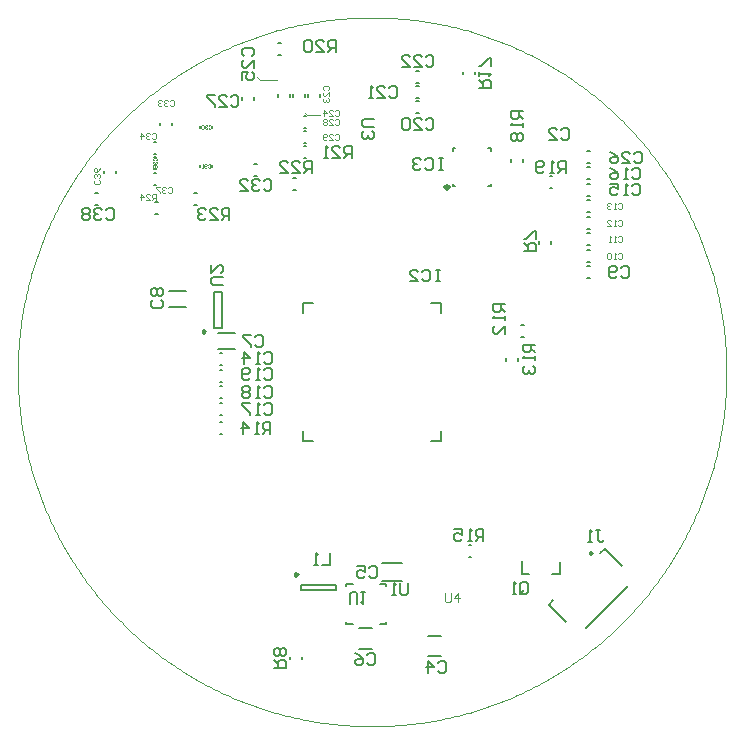
<source format=gbo>
G04*
G04 #@! TF.GenerationSoftware,Altium Limited,Altium Designer,22.4.2 (48)*
G04*
G04 Layer_Color=32896*
%FSLAX25Y25*%
%MOIN*%
G70*
G04*
G04 #@! TF.SameCoordinates,A5219701-5F61-4D45-AD81-8ED9BC4A77AE*
G04*
G04*
G04 #@! TF.FilePolarity,Positive*
G04*
G01*
G75*
%ADD10C,0.00984*%
%ADD11C,0.00394*%
%ADD12C,0.00394*%
%ADD13C,0.00591*%
%ADD14C,0.00787*%
%ADD17C,0.00004*%
%ADD18C,0.00700*%
%ADD19C,0.00400*%
%ADD120C,0.01181*%
%ADD152C,0.00236*%
D10*
X211062Y77458D02*
X210324Y77884D01*
Y77032D01*
X211062Y77458D01*
X113012Y70331D02*
X112274Y70757D01*
Y69905D01*
X113012Y70331D01*
X82268Y151315D02*
X81529Y151741D01*
Y150889D01*
X82268Y151315D01*
D11*
X99500Y236000D02*
X100500Y235000D01*
X115500Y224000D02*
X116000Y223500D01*
X120500D01*
X100500Y235000D02*
X106000D01*
X65624Y195016D02*
Y196984D01*
X64640D01*
X64312Y196656D01*
Y196000D01*
X64640Y195672D01*
X65624D01*
X64968D02*
X64312Y195016D01*
X62344D02*
X63656D01*
X62344Y196328D01*
Y196656D01*
X62672Y196984D01*
X63328D01*
X63656Y196656D01*
X60704Y195016D02*
Y196984D01*
X61688Y196000D01*
X60376D01*
X69812Y199156D02*
X70140Y199484D01*
X70796D01*
X71124Y199156D01*
Y197844D01*
X70796Y197516D01*
X70140D01*
X69812Y197844D01*
X69156Y199156D02*
X68828Y199484D01*
X68172D01*
X67844Y199156D01*
Y198828D01*
X68172Y198500D01*
X68500D01*
X68172D01*
X67844Y198172D01*
Y197844D01*
X68172Y197516D01*
X68828D01*
X69156Y197844D01*
X67188Y199484D02*
X65876D01*
Y199156D01*
X67188Y197844D01*
Y197516D01*
X46656Y201688D02*
X46984Y201360D01*
Y200704D01*
X46656Y200376D01*
X45344D01*
X45016Y200704D01*
Y201360D01*
X45344Y201688D01*
X46656Y202344D02*
X46984Y202672D01*
Y203328D01*
X46656Y203656D01*
X46328D01*
X46000Y203328D01*
Y203000D01*
Y203328D01*
X45672Y203656D01*
X45344D01*
X45016Y203328D01*
Y202672D01*
X45344Y202344D01*
X46984Y205624D02*
X46656Y204968D01*
X46000Y204312D01*
X45344D01*
X45016Y204640D01*
Y205296D01*
X45344Y205624D01*
X45672D01*
X46000Y205296D01*
Y204312D01*
X64312Y217156D02*
X64640Y217484D01*
X65296D01*
X65624Y217156D01*
Y215844D01*
X65296Y215516D01*
X64640D01*
X64312Y215844D01*
X63656Y217156D02*
X63328Y217484D01*
X62672D01*
X62344Y217156D01*
Y216828D01*
X62672Y216500D01*
X63000D01*
X62672D01*
X62344Y216172D01*
Y215844D01*
X62672Y215516D01*
X63328D01*
X63656Y215844D01*
X60704Y215516D02*
Y217484D01*
X61688Y216500D01*
X60376D01*
X70312Y228156D02*
X70640Y228484D01*
X71296D01*
X71624Y228156D01*
Y226844D01*
X71296Y226516D01*
X70640D01*
X70312Y226844D01*
X69656Y228156D02*
X69328Y228484D01*
X68672D01*
X68344Y228156D01*
Y227828D01*
X68672Y227500D01*
X69000D01*
X68672D01*
X68344Y227172D01*
Y226844D01*
X68672Y226516D01*
X69328D01*
X69656Y226844D01*
X67688Y228156D02*
X67360Y228484D01*
X66704D01*
X66376Y228156D01*
Y227828D01*
X66704Y227500D01*
X67032D01*
X66704D01*
X66376Y227172D01*
Y226844D01*
X66704Y226516D01*
X67360D01*
X67688Y226844D01*
X125312Y216656D02*
X125640Y216984D01*
X126296D01*
X126624Y216656D01*
Y215344D01*
X126296Y215016D01*
X125640D01*
X125312Y215344D01*
X123344Y215016D02*
X124656D01*
X123344Y216328D01*
Y216656D01*
X123672Y216984D01*
X124328D01*
X124656Y216656D01*
X122688Y215344D02*
X122360Y215016D01*
X121704D01*
X121376Y215344D01*
Y216656D01*
X121704Y216984D01*
X122360D01*
X122688Y216656D01*
Y216328D01*
X122360Y216000D01*
X121376D01*
X125312Y221656D02*
X125640Y221984D01*
X126296D01*
X126624Y221656D01*
Y220344D01*
X126296Y220016D01*
X125640D01*
X125312Y220344D01*
X123344Y220016D02*
X124656D01*
X123344Y221328D01*
Y221656D01*
X123672Y221984D01*
X124328D01*
X124656Y221656D01*
X122688D02*
X122360Y221984D01*
X121704D01*
X121376Y221656D01*
Y221328D01*
X121704Y221000D01*
X121376Y220672D01*
Y220344D01*
X121704Y220016D01*
X122360D01*
X122688Y220344D01*
Y220672D01*
X122360Y221000D01*
X122688Y221328D01*
Y221656D01*
X122360Y221000D02*
X121704D01*
X125312Y224656D02*
X125640Y224984D01*
X126296D01*
X126624Y224656D01*
Y223344D01*
X126296Y223016D01*
X125640D01*
X125312Y223344D01*
X123344Y223016D02*
X124656D01*
X123344Y224328D01*
Y224656D01*
X123672Y224984D01*
X124328D01*
X124656Y224656D01*
X121704Y223016D02*
Y224984D01*
X122688Y224000D01*
X121376D01*
X121844Y231812D02*
X121516Y232140D01*
Y232796D01*
X121844Y233124D01*
X123156D01*
X123484Y232796D01*
Y232140D01*
X123156Y231812D01*
X123484Y229844D02*
Y231156D01*
X122172Y229844D01*
X121844D01*
X121516Y230172D01*
Y230828D01*
X121844Y231156D01*
Y229188D02*
X121516Y228860D01*
Y228204D01*
X121844Y227876D01*
X122172D01*
X122500Y228204D01*
Y228532D01*
Y228204D01*
X122828Y227876D01*
X123156D01*
X123484Y228204D01*
Y228860D01*
X123156Y229188D01*
X219648Y193656D02*
X219976Y193984D01*
X220632D01*
X220960Y193656D01*
Y192344D01*
X220632Y192016D01*
X219976D01*
X219648Y192344D01*
X218992Y192016D02*
X218336D01*
X218664D01*
Y193984D01*
X218992Y193656D01*
X217352D02*
X217024Y193984D01*
X216368D01*
X216040Y193656D01*
Y193328D01*
X216368Y193000D01*
X216696D01*
X216368D01*
X216040Y192672D01*
Y192344D01*
X216368Y192016D01*
X217024D01*
X217352Y192344D01*
X219648Y188156D02*
X219976Y188484D01*
X220632D01*
X220960Y188156D01*
Y186844D01*
X220632Y186516D01*
X219976D01*
X219648Y186844D01*
X218992Y186516D02*
X218336D01*
X218664D01*
Y188484D01*
X218992Y188156D01*
X216040Y186516D02*
X217352D01*
X216040Y187828D01*
Y188156D01*
X216368Y188484D01*
X217024D01*
X217352Y188156D01*
X219648Y182656D02*
X219976Y182984D01*
X220632D01*
X220960Y182656D01*
Y181344D01*
X220632Y181016D01*
X219976D01*
X219648Y181344D01*
X218992Y181016D02*
X218336D01*
X218664D01*
Y182984D01*
X218992Y182656D01*
X217352Y181016D02*
X216696D01*
X217024D01*
Y182984D01*
X217352Y182656D01*
X219648Y177156D02*
X219976Y177484D01*
X220632D01*
X220960Y177156D01*
Y175844D01*
X220632Y175516D01*
X219976D01*
X219648Y175844D01*
X218992Y175516D02*
X218336D01*
X218664D01*
Y177484D01*
X218992Y177156D01*
X217352D02*
X217024Y177484D01*
X216368D01*
X216040Y177156D01*
Y175844D01*
X216368Y175516D01*
X217024D01*
X217352Y175844D01*
Y177156D01*
D12*
X127736Y54374D02*
D03*
D13*
X106606Y243532D02*
X107394D01*
X106606Y247469D02*
X107394D01*
X87106Y138469D02*
X87894D01*
X87106Y134532D02*
X87894D01*
X110532Y42106D02*
Y42894D01*
X114469Y42106D02*
Y42894D01*
X209606Y180032D02*
X210394D01*
X209606Y183969D02*
X210394D01*
X209606Y174532D02*
X210394D01*
X209606Y178469D02*
X210394D01*
X209606Y185532D02*
X210394D01*
X209606Y189469D02*
X210394D01*
X209606Y191032D02*
X210394D01*
X209606Y194969D02*
X210394D01*
X209606Y196532D02*
X210394D01*
X209606Y200469D02*
X210394D01*
X197469Y180606D02*
Y181394D01*
X193532Y180606D02*
Y181394D01*
X184032Y207870D02*
Y208658D01*
X187969Y207870D02*
Y208658D01*
X152606Y227969D02*
X153394D01*
X152606Y224032D02*
X153394D01*
X110469Y229606D02*
Y230394D01*
X106532Y229606D02*
Y230394D01*
X197106Y202968D02*
X197894D01*
X197106Y199031D02*
X197894D01*
X197937Y70350D02*
X200299D01*
X187701D02*
X190063D01*
X200299D02*
Y74287D01*
X187701Y70350D02*
Y74681D01*
X94532Y228606D02*
Y229394D01*
X98469Y228606D02*
Y229394D01*
X160787Y157480D02*
Y160787D01*
X157480D02*
X160787D01*
Y114803D02*
Y118110D01*
X157480Y114803D02*
X160787D01*
X114803D02*
X118110D01*
X114803D02*
Y118110D01*
Y157480D02*
Y160787D01*
X118110D01*
X209606Y172969D02*
X210394D01*
X209606Y169032D02*
X210394D01*
X87106Y140032D02*
X87894D01*
X87106Y143969D02*
X87894D01*
X209606Y205969D02*
X210394D01*
X209606Y202032D02*
X210394D01*
X87106Y123532D02*
X87894D01*
X87106Y127469D02*
X87894D01*
X87106Y129032D02*
X87894D01*
X87106Y132969D02*
X87894D01*
X152606Y232969D02*
X153394D01*
X152606Y229032D02*
X153394D01*
X152606Y237969D02*
X153394D01*
X152606Y234032D02*
X153394D01*
X116532Y229606D02*
Y230394D01*
X120469Y229606D02*
Y230394D01*
X111532Y229606D02*
Y230394D01*
X115469Y229606D02*
Y230394D01*
X209606Y211469D02*
X210394D01*
X209606Y207532D02*
X210394D01*
X114957Y219032D02*
X115744D01*
X114957Y222969D02*
X115744D01*
X114957Y214031D02*
X115744D01*
X114957Y217968D02*
X115744D01*
X84469Y219106D02*
Y219894D01*
X80532Y219106D02*
Y219894D01*
Y206106D02*
Y206894D01*
X84469Y206106D02*
Y206894D01*
X98606Y203032D02*
X99394D01*
X98606Y206969D02*
X99394D01*
X70969Y220106D02*
Y220894D01*
X67032Y220106D02*
Y220894D01*
X65106Y214469D02*
X65894D01*
X65106Y210532D02*
X65894D01*
X65106Y209469D02*
X65894D01*
X65106Y205532D02*
X65894D01*
X48532Y204106D02*
Y204894D01*
X52469Y204106D02*
Y204894D01*
X65106Y200032D02*
X65894D01*
X65106Y203969D02*
X65894D01*
X45606Y197469D02*
X46394D01*
X45606Y193532D02*
X46394D01*
X164701Y211512D02*
Y212299D01*
X165488D01*
X176512D02*
X177299D01*
Y211512D02*
Y212299D01*
X176512Y199701D02*
X177299D01*
Y200488D01*
X164701Y199701D02*
Y200488D01*
Y199701D02*
X165488D01*
X187606Y149532D02*
X188394D01*
X187606Y153469D02*
X188394D01*
X182531Y141606D02*
Y142394D01*
X186468Y141606D02*
Y142394D01*
X87106Y120969D02*
X87894D01*
X87106Y117032D02*
X87894D01*
X170106Y76032D02*
X170894D01*
X170106Y79969D02*
X170894D01*
X168032Y237106D02*
Y237894D01*
X171969Y237106D02*
Y237894D01*
X114957Y209032D02*
X115744D01*
X114957Y212969D02*
X115744D01*
X111606Y198532D02*
X112394D01*
X111606Y202469D02*
X112394D01*
X78606Y193532D02*
X79394D01*
X78606Y197469D02*
X79394D01*
X65606Y190532D02*
X66394D01*
X65606Y194469D02*
X66394D01*
D14*
X208985Y52489D02*
X223011Y66515D01*
X215302Y78850D02*
X221102Y73050D01*
X213771Y77319D02*
X215302Y78850D01*
X196651Y60198D02*
X198182Y61728D01*
X196650Y60198D02*
X202450Y54398D01*
X86275Y145298D02*
X92072D01*
X86275Y150702D02*
X92072D01*
X114094Y66787D02*
X125906D01*
X114094Y65213D02*
X125906D01*
Y66787D01*
X114094Y65213D02*
Y66787D01*
X156335Y43154D02*
X160665D01*
X156335Y49846D02*
X160665D01*
X141154Y73953D02*
X147846D01*
X141154Y68047D02*
X147846D01*
X133335Y52543D02*
X137665D01*
X133335Y45457D02*
X137665D01*
X70101Y164702D02*
X75899D01*
X70101Y159298D02*
X75899D01*
X129114Y67130D02*
X131279D01*
X140335D02*
X142500D01*
X140335Y53744D02*
X142500D01*
X129114D02*
X131279D01*
X129114D02*
Y54374D01*
Y66500D02*
Y67130D01*
X142500Y66500D02*
Y67130D01*
Y53744D02*
Y54374D01*
X85122Y152594D02*
X87878D01*
X85122Y164406D02*
X87878D01*
X85122Y152594D02*
Y164406D01*
X87878Y152594D02*
Y164406D01*
X101796Y132312D02*
X102452Y132968D01*
X103764D01*
X104420Y132312D01*
Y129688D01*
X103764Y129032D01*
X102452D01*
X101796Y129688D01*
X100484Y129032D02*
X99172D01*
X99828D01*
Y132968D01*
X100484Y132312D01*
X97204D02*
X96548Y132968D01*
X95236D01*
X94580Y132312D01*
Y131656D01*
X95236Y131000D01*
X94580Y130344D01*
Y129688D01*
X95236Y129032D01*
X96548D01*
X97204Y129688D01*
Y130344D01*
X96548Y131000D01*
X97204Y131656D01*
Y132312D01*
X96548Y131000D02*
X95236D01*
X212433Y84944D02*
X213745D01*
X213089D01*
Y81665D01*
X213745Y81008D01*
X214401D01*
X215057Y81665D01*
X211121Y81008D02*
X209809D01*
X210465D01*
Y84944D01*
X211121Y84288D01*
X155624Y221812D02*
X156280Y222468D01*
X157592D01*
X158248Y221812D01*
Y219188D01*
X157592Y218532D01*
X156280D01*
X155624Y219188D01*
X151688Y218532D02*
X154312D01*
X151688Y221156D01*
Y221812D01*
X152344Y222468D01*
X153656D01*
X154312Y221812D01*
X150376D02*
X149720Y222468D01*
X148408D01*
X147752Y221812D01*
Y219188D01*
X148408Y218532D01*
X149720D01*
X150376Y219188D01*
Y221812D01*
X101796Y143812D02*
X102452Y144468D01*
X103764D01*
X104420Y143812D01*
Y141188D01*
X103764Y140532D01*
X102452D01*
X101796Y141188D01*
X100484Y140532D02*
X99172D01*
X99828D01*
Y144468D01*
X100484Y143812D01*
X95236Y140532D02*
Y144468D01*
X97204Y142500D01*
X94580D01*
X90248Y188532D02*
Y192468D01*
X88280D01*
X87624Y191812D01*
Y190500D01*
X88280Y189844D01*
X90248D01*
X88936D02*
X87624Y188532D01*
X83688D02*
X86312D01*
X83688Y191156D01*
Y191812D01*
X84344Y192468D01*
X85656D01*
X86312Y191812D01*
X82376D02*
X81720Y192468D01*
X80408D01*
X79752Y191812D01*
Y191156D01*
X80408Y190500D01*
X81064D01*
X80408D01*
X79752Y189844D01*
Y189188D01*
X80408Y188532D01*
X81720D01*
X82376Y189188D01*
X117748Y204032D02*
Y207968D01*
X115780D01*
X115124Y207312D01*
Y206000D01*
X115780Y205344D01*
X117748D01*
X116436D02*
X115124Y204032D01*
X111188D02*
X113812D01*
X111188Y206656D01*
Y207312D01*
X111844Y207968D01*
X113156D01*
X113812Y207312D01*
X107252Y204032D02*
X109876D01*
X107252Y206656D01*
Y207312D01*
X107908Y207968D01*
X109220D01*
X109876Y207312D01*
X131092Y209032D02*
Y212968D01*
X129124D01*
X128468Y212312D01*
Y211000D01*
X129124Y210344D01*
X131092D01*
X129780D02*
X128468Y209032D01*
X124532D02*
X127156D01*
X124532Y211656D01*
Y212312D01*
X125188Y212968D01*
X126500D01*
X127156Y212312D01*
X123220Y209032D02*
X121908D01*
X122564D01*
Y212968D01*
X123220Y212312D01*
X125748Y244532D02*
Y248468D01*
X123780D01*
X123124Y247812D01*
Y246500D01*
X123780Y245844D01*
X125748D01*
X124436D02*
X123124Y244532D01*
X119188D02*
X121812D01*
X119188Y247156D01*
Y247812D01*
X119844Y248468D01*
X121156D01*
X121812Y247812D01*
X117876D02*
X117220Y248468D01*
X115908D01*
X115252Y247812D01*
Y245188D01*
X115908Y244532D01*
X117220D01*
X117876Y245188D01*
Y247812D01*
X202420Y204032D02*
Y207968D01*
X200452D01*
X199796Y207312D01*
Y206000D01*
X200452Y205344D01*
X202420D01*
X201108D02*
X199796Y204032D01*
X198484D02*
X197172D01*
X197828D01*
Y207968D01*
X198484Y207312D01*
X195204Y204688D02*
X194548Y204032D01*
X193236D01*
X192580Y204688D01*
Y207312D01*
X193236Y207968D01*
X194548D01*
X195204Y207312D01*
Y206656D01*
X194548Y206000D01*
X192580D01*
X161420Y208968D02*
X160108D01*
X160764D01*
Y205032D01*
X161420D01*
X160108D01*
X155516Y208312D02*
X156172Y208968D01*
X157484D01*
X158140Y208312D01*
Y205688D01*
X157484Y205032D01*
X156172D01*
X155516Y205688D01*
X154204Y208312D02*
X153548Y208968D01*
X152236D01*
X151580Y208312D01*
Y207656D01*
X152236Y207000D01*
X152892D01*
X152236D01*
X151580Y206344D01*
Y205688D01*
X152236Y205032D01*
X153548D01*
X154204Y205688D01*
X160367Y171912D02*
X159055D01*
X159711D01*
Y167976D01*
X160367D01*
X159055D01*
X154464Y171256D02*
X155120Y171912D01*
X156432D01*
X157088Y171256D01*
Y168632D01*
X156432Y167976D01*
X155120D01*
X154464Y168632D01*
X150528Y167976D02*
X153152D01*
X150528Y170600D01*
Y171256D01*
X151184Y171912D01*
X152496D01*
X153152Y171256D01*
X49124Y191812D02*
X49780Y192468D01*
X51092D01*
X51748Y191812D01*
Y189188D01*
X51092Y188532D01*
X49780D01*
X49124Y189188D01*
X47812Y191812D02*
X47156Y192468D01*
X45844D01*
X45188Y191812D01*
Y191156D01*
X45844Y190500D01*
X46500D01*
X45844D01*
X45188Y189844D01*
Y189188D01*
X45844Y188532D01*
X47156D01*
X47812Y189188D01*
X43876Y191812D02*
X43220Y192468D01*
X41908D01*
X41252Y191812D01*
Y191156D01*
X41908Y190500D01*
X41252Y189844D01*
Y189188D01*
X41908Y188532D01*
X43220D01*
X43876Y189188D01*
Y189844D01*
X43220Y190500D01*
X43876Y191156D01*
Y191812D01*
X43220Y190500D02*
X41908D01*
X101624Y201312D02*
X102280Y201968D01*
X103592D01*
X104248Y201312D01*
Y198688D01*
X103592Y198032D01*
X102280D01*
X101624Y198688D01*
X100312Y201312D02*
X99656Y201968D01*
X98344D01*
X97688Y201312D01*
Y200656D01*
X98344Y200000D01*
X99000D01*
X98344D01*
X97688Y199344D01*
Y198688D01*
X98344Y198032D01*
X99656D01*
X100312Y198688D01*
X93752Y198032D02*
X96376D01*
X93752Y200656D01*
Y201312D01*
X94408Y201968D01*
X95720D01*
X96376Y201312D01*
X90624Y229312D02*
X91280Y229968D01*
X92592D01*
X93248Y229312D01*
Y226688D01*
X92592Y226032D01*
X91280D01*
X90624Y226688D01*
X86688Y226032D02*
X89312D01*
X86688Y228656D01*
Y229312D01*
X87344Y229968D01*
X88656D01*
X89312Y229312D01*
X85376Y229968D02*
X82752D01*
Y229312D01*
X85376Y226688D01*
Y226032D01*
X225124Y210592D02*
X225780Y211248D01*
X227092D01*
X227748Y210592D01*
Y207968D01*
X227092Y207312D01*
X225780D01*
X225124Y207968D01*
X221188Y207312D02*
X223812D01*
X221188Y209936D01*
Y210592D01*
X221844Y211248D01*
X223156D01*
X223812Y210592D01*
X217252Y211248D02*
X218564Y210592D01*
X219876Y209280D01*
Y207968D01*
X219220Y207312D01*
X217908D01*
X217252Y207968D01*
Y208624D01*
X217908Y209280D01*
X219876D01*
X95188Y243124D02*
X94532Y243780D01*
Y245092D01*
X95188Y245748D01*
X97812D01*
X98468Y245092D01*
Y243780D01*
X97812Y243124D01*
X98468Y239188D02*
Y241812D01*
X95844Y239188D01*
X95188D01*
X94532Y239844D01*
Y241156D01*
X95188Y241812D01*
X94532Y235252D02*
Y237876D01*
X96500D01*
X95844Y236564D01*
Y235908D01*
X96500Y235252D01*
X97812D01*
X98468Y235908D01*
Y237220D01*
X97812Y237876D01*
X101796Y138312D02*
X102452Y138968D01*
X103764D01*
X104420Y138312D01*
Y135688D01*
X103764Y135032D01*
X102452D01*
X101796Y135688D01*
X100484Y135032D02*
X99172D01*
X99828D01*
Y138968D01*
X100484Y138312D01*
X97204Y135688D02*
X96548Y135032D01*
X95236D01*
X94580Y135688D01*
Y138312D01*
X95236Y138968D01*
X96548D01*
X97204Y138312D01*
Y137656D01*
X96548Y137000D01*
X94580D01*
X143468Y232312D02*
X144124Y232968D01*
X145436D01*
X146092Y232312D01*
Y229688D01*
X145436Y229032D01*
X144124D01*
X143468Y229688D01*
X139532Y229032D02*
X142156D01*
X139532Y231656D01*
Y232312D01*
X140188Y232968D01*
X141500D01*
X142156Y232312D01*
X138220Y229032D02*
X136908D01*
X137564D01*
Y232968D01*
X138220Y232312D01*
X155624Y242812D02*
X156280Y243468D01*
X157592D01*
X158248Y242812D01*
Y240188D01*
X157592Y239532D01*
X156280D01*
X155624Y240188D01*
X151688Y239532D02*
X154312D01*
X151688Y242156D01*
Y242812D01*
X152344Y243468D01*
X153656D01*
X154312Y242812D01*
X147752Y239532D02*
X150376D01*
X147752Y242156D01*
Y242812D01*
X148408Y243468D01*
X149720D01*
X150376Y242812D01*
X105032Y39220D02*
X108968D01*
Y41188D01*
X108312Y41844D01*
X107000D01*
X106344Y41188D01*
Y39220D01*
Y40532D02*
X105032Y41844D01*
X108312Y43156D02*
X108968Y43812D01*
Y45124D01*
X108312Y45780D01*
X107656D01*
X107000Y45124D01*
X106344Y45780D01*
X105688D01*
X105032Y45124D01*
Y43812D01*
X105688Y43156D01*
X106344D01*
X107000Y43812D01*
X107656Y43156D01*
X108312D01*
X107000Y43812D02*
Y45124D01*
X173532Y232580D02*
X177468D01*
Y234548D01*
X176812Y235204D01*
X175500D01*
X174844Y234548D01*
Y232580D01*
Y233892D02*
X173532Y235204D01*
Y236516D02*
Y237828D01*
Y237172D01*
X177468D01*
X176812Y236516D01*
X177468Y239796D02*
Y242420D01*
X176812D01*
X174188Y239796D01*
X173532D01*
X187968Y224683D02*
X184032D01*
Y222715D01*
X184688Y222060D01*
X186000D01*
X186656Y222715D01*
Y224683D01*
Y223372D02*
X187968Y222060D01*
Y220748D02*
Y219436D01*
Y220092D01*
X184032D01*
X184688Y220748D01*
Y217468D02*
X184032Y216812D01*
Y215500D01*
X184688Y214844D01*
X185344D01*
X186000Y215500D01*
X186656Y214844D01*
X187312D01*
X187968Y215500D01*
Y216812D01*
X187312Y217468D01*
X186656D01*
X186000Y216812D01*
X185344Y217468D01*
X184688D01*
X186000Y216812D02*
Y215500D01*
X159656Y40812D02*
X160312Y41468D01*
X161624D01*
X162280Y40812D01*
Y38188D01*
X161624Y37532D01*
X160312D01*
X159656Y38188D01*
X156376Y37532D02*
Y41468D01*
X158344Y39500D01*
X155720D01*
X87968Y166720D02*
X84688D01*
X84032Y167376D01*
Y168688D01*
X84688Y169344D01*
X87968D01*
X84032Y173280D02*
Y170656D01*
X86656Y173280D01*
X87312D01*
X87968Y172624D01*
Y171312D01*
X87312Y170656D01*
X123624Y77468D02*
Y73532D01*
X121000D01*
X119688D02*
X118376D01*
X119032D01*
Y77468D01*
X119688Y76812D01*
X136156Y43312D02*
X136812Y43968D01*
X138124D01*
X138780Y43312D01*
Y40688D01*
X138124Y40032D01*
X136812D01*
X136156Y40688D01*
X132220Y43968D02*
X133532Y43312D01*
X134844Y42000D01*
Y40688D01*
X134188Y40032D01*
X132876D01*
X132220Y40688D01*
Y41344D01*
X132876Y42000D01*
X134844D01*
X191968Y146920D02*
X188032D01*
Y144952D01*
X188688Y144296D01*
X190000D01*
X190656Y144952D01*
Y146920D01*
Y145608D02*
X191968Y144296D01*
Y142984D02*
Y141672D01*
Y142328D01*
X188032D01*
X188688Y142984D01*
Y139704D02*
X188032Y139048D01*
Y137736D01*
X188688Y137080D01*
X189344D01*
X190000Y137736D01*
Y138392D01*
Y137736D01*
X190656Y137080D01*
X191312D01*
X191968Y137736D01*
Y139048D01*
X191312Y139704D01*
X174920Y81532D02*
Y85468D01*
X172952D01*
X172296Y84812D01*
Y83500D01*
X172952Y82844D01*
X174920D01*
X173608D02*
X172296Y81532D01*
X170984D02*
X169672D01*
X170328D01*
Y85468D01*
X170984Y84812D01*
X165080Y85468D02*
X167704D01*
Y83500D01*
X166392Y84156D01*
X165736D01*
X165080Y83500D01*
Y82188D01*
X165736Y81532D01*
X167048D01*
X167704Y82188D01*
X103920Y117032D02*
Y120968D01*
X101952D01*
X101296Y120312D01*
Y119000D01*
X101952Y118344D01*
X103920D01*
X102608D02*
X101296Y117032D01*
X99984D02*
X98672D01*
X99328D01*
Y120968D01*
X99984Y120312D01*
X94736Y117032D02*
Y120968D01*
X96704Y119000D01*
X94080D01*
X181968Y160420D02*
X178032D01*
Y158452D01*
X178688Y157796D01*
X180000D01*
X180656Y158452D01*
Y160420D01*
Y159108D02*
X181968Y157796D01*
Y156484D02*
Y155172D01*
Y155828D01*
X178032D01*
X178688Y156484D01*
X181968Y150580D02*
Y153204D01*
X179344Y150580D01*
X178688D01*
X178032Y151236D01*
Y152548D01*
X178688Y153204D01*
X149624Y67468D02*
Y64188D01*
X148968Y63532D01*
X147656D01*
X147000Y64188D01*
Y67468D01*
X145688Y63532D02*
X144376D01*
X145032D01*
Y67468D01*
X145688Y66812D01*
X188532Y178220D02*
X192468D01*
Y180188D01*
X191812Y180844D01*
X190500D01*
X189844Y180188D01*
Y178220D01*
Y179532D02*
X188532Y180844D01*
X192468Y182156D02*
Y184780D01*
X191812D01*
X189188Y182156D01*
X188532D01*
X187240Y64412D02*
Y67036D01*
X187896Y67692D01*
X189208D01*
X189864Y67036D01*
Y64412D01*
X189208Y63756D01*
X187896D01*
X188552Y65068D02*
X187240Y63756D01*
X187896D02*
X187240Y64412D01*
X185928Y63756D02*
X184616D01*
X185272D01*
Y67692D01*
X185928Y67036D01*
X101796Y126812D02*
X102452Y127468D01*
X103764D01*
X104420Y126812D01*
Y124188D01*
X103764Y123532D01*
X102452D01*
X101796Y124188D01*
X100484Y123532D02*
X99172D01*
X99828D01*
Y127468D01*
X100484Y126812D01*
X97204Y127468D02*
X94580D01*
Y126812D01*
X97204Y124188D01*
Y123532D01*
X224468Y205266D02*
X225124Y205922D01*
X226436D01*
X227092Y205266D01*
Y202642D01*
X226436Y201986D01*
X225124D01*
X224468Y202642D01*
X223156Y201986D02*
X221844D01*
X222500D01*
Y205922D01*
X223156Y205266D01*
X217252Y205922D02*
X218564Y205266D01*
X219876Y203954D01*
Y202642D01*
X219220Y201986D01*
X217908D01*
X217252Y202642D01*
Y203298D01*
X217908Y203954D01*
X219876D01*
X224468Y199940D02*
X225124Y200596D01*
X226436D01*
X227092Y199940D01*
Y197316D01*
X226436Y196660D01*
X225124D01*
X224468Y197316D01*
X223156Y196660D02*
X221844D01*
X222500D01*
Y200596D01*
X223156Y199940D01*
X217252Y200596D02*
X219876D01*
Y198628D01*
X218564Y199284D01*
X217908D01*
X217252Y198628D01*
Y197316D01*
X217908Y196660D01*
X219220D01*
X219876Y197316D01*
X67312Y161844D02*
X67968Y161188D01*
Y159876D01*
X67312Y159220D01*
X64688D01*
X64032Y159876D01*
Y161188D01*
X64688Y161844D01*
X67312Y163156D02*
X67968Y163812D01*
Y165124D01*
X67312Y165780D01*
X66656D01*
X66000Y165124D01*
X65344Y165780D01*
X64688D01*
X64032Y165124D01*
Y163812D01*
X64688Y163156D01*
X65344D01*
X66000Y163812D01*
X66656Y163156D01*
X67312D01*
X66000Y163812D02*
Y165124D01*
X98656Y149312D02*
X99312Y149968D01*
X100624D01*
X101280Y149312D01*
Y146688D01*
X100624Y146032D01*
X99312D01*
X98656Y146688D01*
X97344Y149968D02*
X94720D01*
Y149312D01*
X97344Y146688D01*
Y146032D01*
X136656Y72312D02*
X137312Y72968D01*
X138624D01*
X139280Y72312D01*
Y69688D01*
X138624Y69032D01*
X137312D01*
X136656Y69688D01*
X132720Y72968D02*
X135344D01*
Y71000D01*
X134032Y71656D01*
X133376D01*
X132720Y71000D01*
Y69688D01*
X133376Y69032D01*
X134688D01*
X135344Y69688D01*
X200656Y218312D02*
X201312Y218968D01*
X202624D01*
X203280Y218312D01*
Y215688D01*
X202624Y215032D01*
X201312D01*
X200656Y215688D01*
X196720Y215032D02*
X199344D01*
X196720Y217656D01*
Y218312D01*
X197376Y218968D01*
X198688D01*
X199344Y218312D01*
X220656Y172312D02*
X221312Y172968D01*
X222624D01*
X223280Y172312D01*
Y169688D01*
X222624Y169032D01*
X221312D01*
X220656Y169688D01*
X219344D02*
X218688Y169032D01*
X217376D01*
X216720Y169688D01*
Y172312D01*
X217376Y172968D01*
X218688D01*
X219344Y172312D01*
Y171656D01*
X218688Y171000D01*
X216720D01*
X130307Y60501D02*
Y63781D01*
X130963Y64437D01*
X132275D01*
X132931Y63781D01*
Y60501D01*
X134243Y64437D02*
X135555D01*
X134899D01*
Y60501D01*
X134243Y61157D01*
D17*
X137795Y19685D02*
X138793Y19689D01*
X139790Y19702D01*
X140787Y19723D01*
X141784Y19752D01*
X142781Y19790D01*
X143777Y19837D01*
X144773Y19891D01*
X145769Y19954D01*
X146764Y20026D01*
X147758Y20106D01*
X148751Y20194D01*
X149744Y20291D01*
X150736Y20396D01*
X151727Y20509D01*
X152717Y20631D01*
X153706Y20762D01*
X154693Y20900D01*
X155680Y21047D01*
X156665Y21202D01*
X157649Y21366D01*
X158632Y21538D01*
X159613Y21718D01*
X160592Y21906D01*
X161570Y22103D01*
X162546Y22308D01*
X163521Y22521D01*
X164493Y22742D01*
X165464Y22972D01*
X166432Y23209D01*
X167399Y23455D01*
X168364Y23709D01*
X169326Y23971D01*
X170286Y24242D01*
X171244Y24520D01*
X172199Y24807D01*
X173152Y25101D01*
X174102Y25404D01*
X175050Y25715D01*
X175996Y26033D01*
X176938Y26360D01*
X177878Y26694D01*
X178814Y27037D01*
X179748Y27387D01*
X180679Y27745D01*
X181607Y28111D01*
X182532Y28485D01*
X183453Y28867D01*
X184371Y29256D01*
X185286Y29654D01*
X186198Y30059D01*
X187106Y30471D01*
X188011Y30891D01*
X188911Y31319D01*
X189809Y31755D01*
X190702Y32198D01*
X191592Y32648D01*
X192478Y33106D01*
X193360Y33572D01*
X194239Y34045D01*
X195113Y34525D01*
X195983Y35013D01*
X196849Y35508D01*
X197710Y36010D01*
X198568Y36520D01*
X199421Y37037D01*
X200270Y37561D01*
X201114Y38092D01*
X201954Y38630D01*
X202789Y39175D01*
X203619Y39728D01*
X204445Y40287D01*
X205266Y40854D01*
X206082Y41427D01*
X206894Y42007D01*
X207700Y42594D01*
X208502Y43187D01*
X209298Y43788D01*
X210089Y44395D01*
X210876Y45009D01*
X211656Y45629D01*
X212432Y46256D01*
X213203Y46890D01*
X213967Y47530D01*
X214727Y48177D01*
X215481Y48829D01*
X216230Y49489D01*
X216973Y50154D01*
X217710Y50826D01*
X218442Y51504D01*
X219167Y52188D01*
X219887Y52878D01*
X220602Y53574D01*
X221310Y54277D01*
X222012Y54985D01*
X222709Y55699D01*
X223399Y56419D01*
X224083Y57145D01*
X224761Y57876D01*
X225433Y58614D01*
X226098Y59357D01*
X226758Y60105D01*
X227410Y60859D01*
X228057Y61619D01*
X228697Y62384D01*
X229330Y63154D01*
X229958Y63930D01*
X230578Y64711D01*
X231192Y65497D01*
X231799Y66288D01*
X232400Y67084D01*
X232994Y67886D01*
X233580Y68692D01*
X234161Y69504D01*
X234734Y70320D01*
X235300Y71141D01*
X235860Y71967D01*
X236412Y72797D01*
X236957Y73632D01*
X237496Y74472D01*
X238027Y75316D01*
X238551Y76165D01*
X239068Y77018D01*
X239578Y77875D01*
X240080Y78737D01*
X240575Y79603D01*
X241063Y80473D01*
X241543Y81347D01*
X242016Y82225D01*
X242482Y83107D01*
X242940Y83993D01*
X243390Y84883D01*
X243833Y85777D01*
X244269Y86674D01*
X244697Y87575D01*
X245117Y88480D01*
X245530Y89388D01*
X245935Y90299D01*
X246332Y91214D01*
X246722Y92132D01*
X247103Y93054D01*
X247477Y93978D01*
X247843Y94906D01*
X248201Y95837D01*
X248552Y96771D01*
X248894Y97708D01*
X249229Y98647D01*
X249556Y99590D01*
X249874Y100535D01*
X250185Y101483D01*
X250487Y102433D01*
X250782Y103386D01*
X251069Y104341D01*
X251347Y105299D01*
X251618Y106259D01*
X251880Y107221D01*
X252134Y108186D01*
X252380Y109153D01*
X252618Y110121D01*
X252847Y111092D01*
X253069Y112065D01*
X253282Y113039D01*
X253487Y114015D01*
X253683Y114993D01*
X253872Y115972D01*
X254052Y116953D01*
X254224Y117936D01*
X254387Y118920D01*
X254543Y119905D01*
X254690Y120892D01*
X254828Y121879D01*
X254959Y122868D01*
X255080Y123858D01*
X255194Y124849D01*
X255299Y125841D01*
X255396Y126834D01*
X255484Y127827D01*
X255564Y128821D01*
X255636Y129816D01*
X255699Y130812D01*
X255754Y131808D01*
X255800Y132804D01*
X255838Y133801D01*
X255868Y134798D01*
X255889Y135795D01*
X255901Y136792D01*
X255906Y137790D01*
Y137795D01*
X255901Y138793D01*
X255889Y139790D01*
X255868Y140787D01*
X255838Y141784D01*
X255800Y142781D01*
X255754Y143778D01*
X255699Y144773D01*
X255636Y145769D01*
X255564Y146764D01*
X255485Y147758D01*
X255396Y148751D01*
X255299Y149744D01*
X255194Y150736D01*
X255081Y151727D01*
X254959Y152717D01*
X254829Y153706D01*
X254690Y154694D01*
X254543Y155680D01*
X254388Y156666D01*
X254225Y157650D01*
X254053Y158632D01*
X253873Y159613D01*
X253684Y160593D01*
X253488Y161571D01*
X253283Y162547D01*
X253070Y163521D01*
X252848Y164494D01*
X252619Y165464D01*
X252381Y166433D01*
X252135Y167400D01*
X251881Y168365D01*
X251619Y169327D01*
X251348Y170287D01*
X251070Y171245D01*
X250783Y172200D01*
X250489Y173153D01*
X250186Y174104D01*
X249876Y175051D01*
X249557Y175997D01*
X249230Y176939D01*
X248896Y177879D01*
X248553Y178816D01*
X248203Y179750D01*
X247845Y180680D01*
X247479Y181608D01*
X247105Y182533D01*
X246723Y183455D01*
X246334Y184373D01*
X245936Y185288D01*
X245532Y186199D01*
X245119Y187107D01*
X244699Y188012D01*
X244271Y188913D01*
X243835Y189810D01*
X243392Y190704D01*
X242942Y191594D01*
X242483Y192480D01*
X242018Y193362D01*
X241545Y194240D01*
X241065Y195114D01*
X240577Y195984D01*
X240082Y196850D01*
X239579Y197712D01*
X239070Y198570D01*
X238553Y199423D01*
X238029Y200271D01*
X237498Y201116D01*
X236959Y201955D01*
X236414Y202790D01*
X235862Y203621D01*
X235302Y204447D01*
X234736Y205268D01*
X234163Y206084D01*
X233582Y206896D01*
X232996Y207702D01*
X232402Y208504D01*
X231801Y209300D01*
X231194Y210091D01*
X230580Y210877D01*
X229960Y211658D01*
X229332Y212434D01*
X228699Y213205D01*
X228059Y213969D01*
X227412Y214729D01*
X226760Y215483D01*
X226100Y216232D01*
X225435Y216975D01*
X224763Y217712D01*
X224085Y218443D01*
X223401Y219169D01*
X222710Y219889D01*
X222014Y220604D01*
X221312Y221312D01*
X220603Y222014D01*
X219889Y222710D01*
X219169Y223401D01*
X218443Y224085D01*
X217712Y224763D01*
X216975Y225435D01*
X216232Y226100D01*
X215483Y226760D01*
X214729Y227412D01*
X213969Y228059D01*
X213204Y228699D01*
X212434Y229333D01*
X211658Y229960D01*
X210877Y230580D01*
X210091Y231194D01*
X209300Y231801D01*
X208504Y232402D01*
X207702Y232996D01*
X206895Y233582D01*
X206084Y234163D01*
X205268Y234736D01*
X204447Y235302D01*
X203621Y235862D01*
X202790Y236414D01*
X201955Y236959D01*
X201115Y237498D01*
X200271Y238029D01*
X199423Y238553D01*
X198570Y239070D01*
X197712Y239579D01*
X196850Y240082D01*
X195984Y240577D01*
X195114Y241065D01*
X194240Y241545D01*
X193362Y242018D01*
X192480Y242483D01*
X191594Y242942D01*
X190704Y243392D01*
X189810Y243835D01*
X188913Y244271D01*
X188012Y244699D01*
X187107Y245119D01*
X186199Y245532D01*
X185288Y245936D01*
X184373Y246334D01*
X183454Y246723D01*
X182533Y247105D01*
X181608Y247479D01*
X180680Y247845D01*
X179749Y248203D01*
X178815Y248553D01*
X177879Y248896D01*
X176939Y249231D01*
X175996Y249557D01*
X175051Y249876D01*
X174103Y250186D01*
X173153Y250489D01*
X172200Y250783D01*
X171245Y251070D01*
X170287Y251348D01*
X169327Y251619D01*
X168364Y251881D01*
X167400Y252135D01*
X166433Y252381D01*
X165464Y252619D01*
X164494Y252848D01*
X163521Y253070D01*
X162547Y253283D01*
X161571Y253488D01*
X160593Y253684D01*
X159613Y253873D01*
X158632Y254053D01*
X157650Y254225D01*
X156666Y254388D01*
X155680Y254543D01*
X154694Y254690D01*
X153706Y254829D01*
X152717Y254959D01*
X151727Y255081D01*
X150736Y255194D01*
X149744Y255299D01*
X148751Y255396D01*
X147758Y255485D01*
X146764Y255564D01*
X145769Y255636D01*
X144773Y255699D01*
X143777Y255754D01*
X142781Y255800D01*
X141784Y255838D01*
X140787Y255868D01*
X139790Y255889D01*
X138793Y255901D01*
X137795Y255906D01*
X136798Y255901D01*
X135801Y255889D01*
X134803Y255868D01*
X133806Y255838D01*
X132809Y255800D01*
X131813Y255754D01*
X130817Y255699D01*
X129822Y255636D01*
X128827Y255564D01*
X127832Y255485D01*
X126839Y255396D01*
X125846Y255299D01*
X124854Y255194D01*
X123863Y255081D01*
X122873Y254959D01*
X121885Y254829D01*
X120897Y254690D01*
X119910Y254543D01*
X118925Y254388D01*
X117941Y254225D01*
X116958Y254053D01*
X115977Y253873D01*
X114998Y253684D01*
X114020Y253488D01*
X113044Y253283D01*
X112069Y253070D01*
X111097Y252848D01*
X110126Y252619D01*
X109157Y252381D01*
X108191Y252135D01*
X107226Y251881D01*
X106264Y251619D01*
X105304Y251348D01*
X104346Y251070D01*
X103390Y250783D01*
X102437Y250489D01*
X101487Y250186D01*
X100539Y249876D01*
X99594Y249557D01*
X98651Y249230D01*
X97712Y248896D01*
X96775Y248553D01*
X95841Y248203D01*
X94910Y247845D01*
X93982Y247479D01*
X93058Y247105D01*
X92136Y246723D01*
X91218Y246334D01*
X90303Y245936D01*
X89391Y245531D01*
X88483Y245119D01*
X87578Y244699D01*
X86677Y244271D01*
X85780Y243835D01*
X84886Y243392D01*
X83997Y242941D01*
X83111Y242483D01*
X82228Y242018D01*
X81350Y241545D01*
X80476Y241065D01*
X79606Y240577D01*
X78740Y240082D01*
X77878Y239579D01*
X77021Y239070D01*
X76168Y238553D01*
X75319Y238029D01*
X74475Y237498D01*
X73635Y236959D01*
X72800Y236414D01*
X71969Y235862D01*
X71144Y235302D01*
X70323Y234736D01*
X69506Y234162D01*
X68695Y233582D01*
X67888Y232995D01*
X67087Y232402D01*
X66291Y231801D01*
X65499Y231194D01*
X64713Y230580D01*
X63932Y229960D01*
X63156Y229332D01*
X62386Y228699D01*
X61621Y228059D01*
X60861Y227412D01*
X60107Y226759D01*
X59359Y226100D01*
X58616Y225435D01*
X57879Y224763D01*
X57147Y224085D01*
X56421Y223401D01*
X55701Y222710D01*
X54987Y222014D01*
X54279Y221312D01*
X53576Y220603D01*
X52880Y219889D01*
X52190Y219169D01*
X51506Y218443D01*
X50828Y217712D01*
X50156Y216974D01*
X49490Y216232D01*
X48831Y215483D01*
X48178Y214729D01*
X47532Y213969D01*
X46891Y213204D01*
X46258Y212434D01*
X45631Y211658D01*
X45010Y210877D01*
X44396Y210091D01*
X43789Y209300D01*
X43189Y208503D01*
X42595Y207702D01*
X42008Y206895D01*
X41428Y206084D01*
X40855Y205268D01*
X40288Y204447D01*
X39729Y203621D01*
X39176Y202790D01*
X38631Y201955D01*
X38093Y201115D01*
X37562Y200271D01*
X37038Y199423D01*
X36521Y198569D01*
X36011Y197712D01*
X35509Y196850D01*
X35014Y195984D01*
X34526Y195114D01*
X34045Y194240D01*
X33573Y193362D01*
X33107Y192480D01*
X32649Y191594D01*
X32198Y190704D01*
X31755Y189810D01*
X31320Y188913D01*
X30892Y188012D01*
X30472Y187107D01*
X30059Y186199D01*
X29654Y185288D01*
X29257Y184373D01*
X28867Y183454D01*
X28486Y182533D01*
X28112Y181608D01*
X27746Y180680D01*
X27387Y179749D01*
X27037Y178815D01*
X26695Y177879D01*
X26360Y176939D01*
X26033Y175996D01*
X25715Y175051D01*
X25404Y174103D01*
X25102Y173153D01*
X24807Y172200D01*
X24521Y171245D01*
X24242Y170287D01*
X23972Y169327D01*
X23709Y168364D01*
X23455Y167400D01*
X23210Y166433D01*
X22972Y165464D01*
X22742Y164494D01*
X22521Y163521D01*
X22308Y162547D01*
X22103Y161571D01*
X21906Y160593D01*
X21718Y159613D01*
X21538Y158632D01*
X21366Y157650D01*
X21202Y156666D01*
X21047Y155680D01*
X20900Y154694D01*
X20762Y153706D01*
X20631Y152717D01*
X20510Y151727D01*
X20396Y150736D01*
X20291Y149744D01*
X20194Y148751D01*
X20106Y147758D01*
X20026Y146764D01*
X19954Y145769D01*
X19891Y144773D01*
X19837Y143777D01*
X19790Y142781D01*
X19752Y141784D01*
X19723Y140787D01*
X19702Y139790D01*
X19689Y138793D01*
X19685Y137795D01*
X19689Y136798D01*
X19702Y135801D01*
X19723Y134803D01*
X19752Y133806D01*
X19790Y132809D01*
X19837Y131813D01*
X19891Y130817D01*
X19954Y129822D01*
X20026Y128827D01*
X20106Y127832D01*
X20194Y126839D01*
X20291Y125846D01*
X20396Y124854D01*
X20510Y123863D01*
X20631Y122873D01*
X20762Y121885D01*
X20900Y120897D01*
X21047Y119910D01*
X21202Y118925D01*
X21366Y117941D01*
X21538Y116958D01*
X21718Y115977D01*
X21906Y114998D01*
X22103Y114020D01*
X22308Y113044D01*
X22521Y112069D01*
X22742Y111097D01*
X22972Y110126D01*
X23210Y109157D01*
X23456Y108191D01*
X23710Y107226D01*
X23972Y106264D01*
X24242Y105304D01*
X24521Y104346D01*
X24807Y103390D01*
X25102Y102437D01*
X25404Y101487D01*
X25715Y100539D01*
X26034Y99594D01*
X26360Y98651D01*
X26695Y97712D01*
X27037Y96775D01*
X27387Y95841D01*
X27746Y94910D01*
X28112Y93982D01*
X28486Y93058D01*
X28868Y92136D01*
X29257Y91218D01*
X29654Y90303D01*
X30059Y89391D01*
X30472Y88483D01*
X30892Y87578D01*
X31320Y86677D01*
X31755Y85780D01*
X32199Y84886D01*
X32649Y83997D01*
X33107Y83111D01*
X33573Y82228D01*
X34046Y81350D01*
X34526Y80476D01*
X35014Y79606D01*
X35509Y78740D01*
X36011Y77878D01*
X36521Y77021D01*
X37038Y76168D01*
X37562Y75319D01*
X38093Y74475D01*
X38631Y73635D01*
X39177Y72800D01*
X39729Y71969D01*
X40288Y71144D01*
X40855Y70323D01*
X41428Y69506D01*
X42008Y68695D01*
X42595Y67888D01*
X43189Y67087D01*
X43789Y66291D01*
X44397Y65499D01*
X45011Y64713D01*
X45631Y63932D01*
X46258Y63156D01*
X46892Y62386D01*
X47532Y61621D01*
X48178Y60861D01*
X48831Y60107D01*
X49490Y59359D01*
X50156Y58616D01*
X50828Y57879D01*
X51506Y57147D01*
X52190Y56421D01*
X52880Y55701D01*
X53576Y54987D01*
X54279Y54279D01*
X54987Y53576D01*
X55701Y52880D01*
X56421Y52190D01*
X57147Y51506D01*
X57879Y50828D01*
X58616Y50156D01*
X59359Y49490D01*
X60107Y48831D01*
X60862Y48178D01*
X61621Y47532D01*
X62386Y46891D01*
X63156Y46258D01*
X63932Y45631D01*
X64713Y45010D01*
X65499Y44396D01*
X66291Y43789D01*
X67087Y43189D01*
X67889Y42595D01*
X68695Y42008D01*
X69507Y41428D01*
X70323Y40855D01*
X71144Y40288D01*
X71970Y39729D01*
X72800Y39176D01*
X73635Y38631D01*
X74475Y38093D01*
X75319Y37562D01*
X76168Y37038D01*
X77021Y36521D01*
X77879Y36011D01*
X78740Y35509D01*
X79606Y35014D01*
X80476Y34526D01*
X81350Y34045D01*
X82229Y33573D01*
X83111Y33107D01*
X83997Y32649D01*
X84887Y32198D01*
X85780Y31755D01*
X86678Y31320D01*
X87579Y30892D01*
X88483Y30472D01*
X89391Y30059D01*
X90303Y29654D01*
X91218Y29257D01*
X92136Y28867D01*
X93058Y28486D01*
X93982Y28112D01*
X94910Y27746D01*
X95841Y27387D01*
X96775Y27037D01*
X97712Y26695D01*
X98652Y26360D01*
X99594Y26033D01*
X100539Y25715D01*
X101487Y25404D01*
X102438Y25102D01*
X103391Y24807D01*
X104346Y24521D01*
X105304Y24242D01*
X106264Y23972D01*
X107226Y23709D01*
X108191Y23455D01*
X109158Y23210D01*
X110126Y22972D01*
X111097Y22742D01*
X112069Y22521D01*
X113044Y22308D01*
X114020Y22103D01*
X114998Y21906D01*
X115977Y21718D01*
X116958Y21538D01*
X117941Y21366D01*
X118925Y21202D01*
X119910Y21047D01*
X120896Y20900D01*
X121884Y20762D01*
X122873Y20631D01*
X123863Y20510D01*
X124854Y20396D01*
X125846Y20291D01*
X126839Y20194D01*
X127832Y20106D01*
X128826Y20026D01*
X129821Y19954D01*
X130817Y19891D01*
X131813Y19837D01*
X132809Y19790D01*
X133806Y19752D01*
X134803Y19723D01*
X135800Y19702D01*
X136797Y19689D01*
X137795Y19685D01*
D18*
X138577Y222244D02*
X135245D01*
X134579Y221578D01*
Y220245D01*
X135245Y219578D01*
X138577D01*
X137911Y218245D02*
X138577Y217579D01*
Y216246D01*
X137911Y215580D01*
X137244D01*
X136578Y216246D01*
Y216913D01*
Y216246D01*
X135912Y215580D01*
X135245D01*
X134579Y216246D01*
Y217579D01*
X135245Y218245D01*
D19*
X162067Y64042D02*
Y61543D01*
X162567Y61043D01*
X163566D01*
X164066Y61543D01*
Y64042D01*
X166565Y61043D02*
Y64042D01*
X165066Y62543D01*
X167065D01*
D120*
X163323Y199307D02*
X162732Y199898D01*
X162142Y199307D01*
X162732Y198716D01*
X163323Y199307D01*
D152*
X65106Y208287D02*
X64910Y208484D01*
Y208877D01*
X65106Y209074D01*
X65894D01*
X66090Y208877D01*
Y208484D01*
X65894Y208287D01*
X65106Y207894D02*
X64910Y207697D01*
Y207303D01*
X65106Y207106D01*
X65303D01*
X65500Y207303D01*
Y207500D01*
Y207303D01*
X65697Y207106D01*
X65894D01*
X66090Y207303D01*
Y207697D01*
X65894Y207894D01*
X64910Y205926D02*
Y206713D01*
X65500D01*
X65303Y206319D01*
Y206122D01*
X65500Y205926D01*
X65894D01*
X66090Y206122D01*
Y206516D01*
X65894Y206713D01*
X83090Y206894D02*
X83287Y207090D01*
X83681D01*
X83877Y206894D01*
Y206106D01*
X83681Y205910D01*
X83287D01*
X83090Y206106D01*
X82697Y206894D02*
X82500Y207090D01*
X82106D01*
X81910Y206894D01*
Y206697D01*
X82106Y206500D01*
X82303D01*
X82106D01*
X81910Y206303D01*
Y206106D01*
X82106Y205910D01*
X82500D01*
X82697Y206106D01*
X81516Y205910D02*
X81122D01*
X81319D01*
Y207090D01*
X81516Y206894D01*
X83287Y219894D02*
X83484Y220090D01*
X83877D01*
X84074Y219894D01*
Y219106D01*
X83877Y218910D01*
X83484D01*
X83287Y219106D01*
X82894Y219894D02*
X82697Y220090D01*
X82303D01*
X82106Y219894D01*
Y219697D01*
X82303Y219500D01*
X82500D01*
X82303D01*
X82106Y219303D01*
Y219106D01*
X82303Y218910D01*
X82697D01*
X82894Y219106D01*
X81713Y219894D02*
X81516Y220090D01*
X81122D01*
X80926Y219894D01*
Y219106D01*
X81122Y218910D01*
X81516D01*
X81713Y219106D01*
Y219894D01*
M02*

</source>
